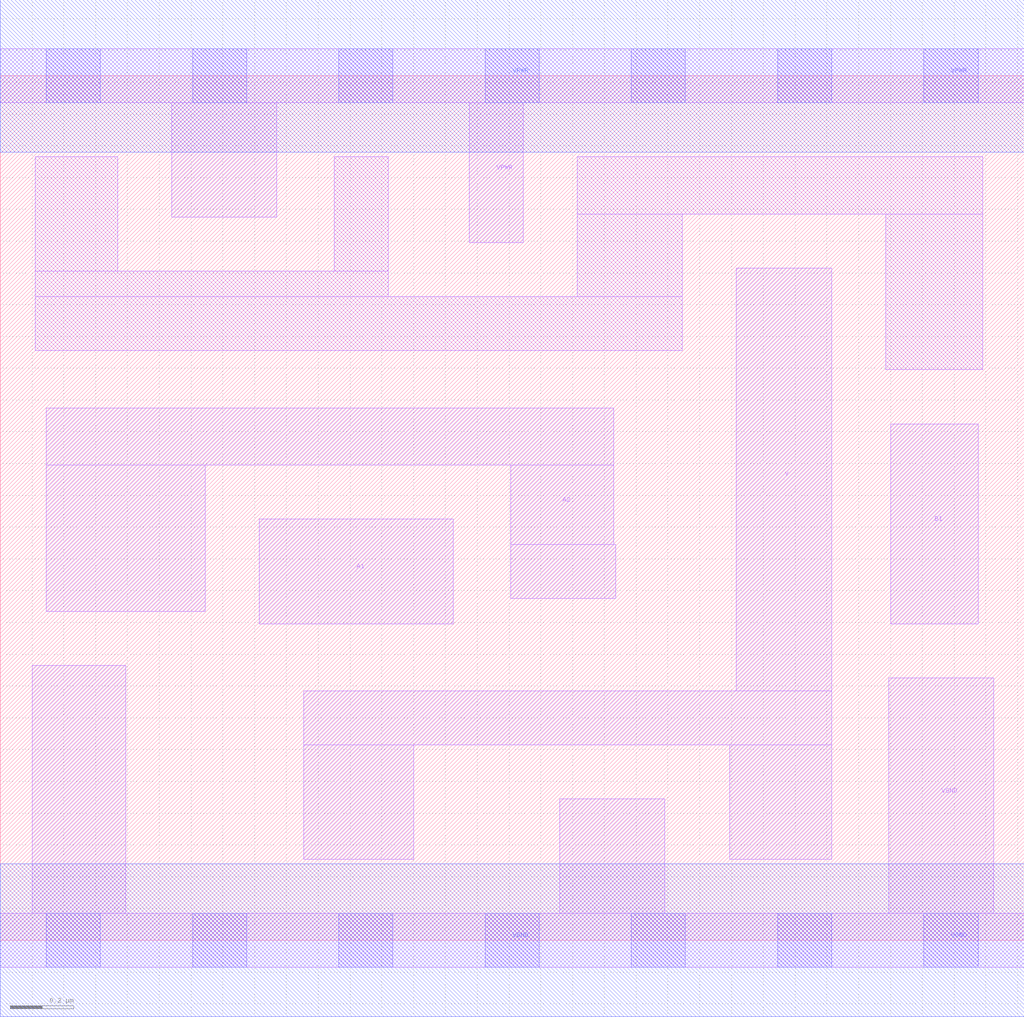
<source format=lef>
# Copyright 2020 The SkyWater PDK Authors
#
# Licensed under the Apache License, Version 2.0 (the "License");
# you may not use this file except in compliance with the License.
# You may obtain a copy of the License at
#
#     https://www.apache.org/licenses/LICENSE-2.0
#
# Unless required by applicable law or agreed to in writing, software
# distributed under the License is distributed on an "AS IS" BASIS,
# WITHOUT WARRANTIES OR CONDITIONS OF ANY KIND, either express or implied.
# See the License for the specific language governing permissions and
# limitations under the License.
#
# SPDX-License-Identifier: Apache-2.0

VERSION 5.7 ;
  NAMESCASESENSITIVE ON ;
  NOWIREEXTENSIONATPIN ON ;
  DIVIDERCHAR "/" ;
  BUSBITCHARS "[]" ;
UNITS
  DATABASE MICRONS 200 ;
END UNITS
MACRO sky130_fd_sc_hd__a21oi_2
  CLASS CORE ;
  SOURCE USER ;
  FOREIGN sky130_fd_sc_hd__a21oi_2 ;
  ORIGIN  0.000000  0.000000 ;
  SIZE  3.220000 BY  2.720000 ;
  SYMMETRY X Y R90 ;
  SITE unithd ;
  PIN A1
    ANTENNAGATEAREA  0.495000 ;
    DIRECTION INPUT ;
    USE SIGNAL ;
    PORT
      LAYER li1 ;
        RECT 0.815000 0.995000 1.425000 1.325000 ;
    END
  END A1
  PIN A2
    ANTENNAGATEAREA  0.495000 ;
    DIRECTION INPUT ;
    USE SIGNAL ;
    PORT
      LAYER li1 ;
        RECT 0.145000 1.035000 0.645000 1.495000 ;
        RECT 0.145000 1.495000 1.930000 1.675000 ;
        RECT 1.605000 1.075000 1.935000 1.245000 ;
        RECT 1.605000 1.245000 1.930000 1.495000 ;
    END
  END A2
  PIN B1
    ANTENNAGATEAREA  0.495000 ;
    DIRECTION INPUT ;
    USE SIGNAL ;
    PORT
      LAYER li1 ;
        RECT 2.800000 0.995000 3.075000 1.625000 ;
    END
  END B1
  PIN Y
    ANTENNADIFFAREA  0.627500 ;
    DIRECTION OUTPUT ;
    USE SIGNAL ;
    PORT
      LAYER li1 ;
        RECT 0.955000 0.255000 1.300000 0.615000 ;
        RECT 0.955000 0.615000 2.615000 0.785000 ;
        RECT 2.295000 0.255000 2.615000 0.615000 ;
        RECT 2.315000 0.785000 2.615000 2.115000 ;
    END
  END Y
  PIN VGND
    DIRECTION INOUT ;
    SHAPE ABUTMENT ;
    USE GROUND ;
    PORT
      LAYER li1 ;
        RECT 0.000000 -0.085000 3.220000 0.085000 ;
        RECT 0.100000  0.085000 0.395000 0.865000 ;
        RECT 1.760000  0.085000 2.090000 0.445000 ;
        RECT 2.795000  0.085000 3.125000 0.825000 ;
      LAYER mcon ;
        RECT 0.145000 -0.085000 0.315000 0.085000 ;
        RECT 0.605000 -0.085000 0.775000 0.085000 ;
        RECT 1.065000 -0.085000 1.235000 0.085000 ;
        RECT 1.525000 -0.085000 1.695000 0.085000 ;
        RECT 1.985000 -0.085000 2.155000 0.085000 ;
        RECT 2.445000 -0.085000 2.615000 0.085000 ;
        RECT 2.905000 -0.085000 3.075000 0.085000 ;
      LAYER met1 ;
        RECT 0.000000 -0.240000 3.220000 0.240000 ;
    END
  END VGND
  PIN VPWR
    DIRECTION INOUT ;
    SHAPE ABUTMENT ;
    USE POWER ;
    PORT
      LAYER li1 ;
        RECT 0.000000 2.635000 3.220000 2.805000 ;
        RECT 0.540000 2.275000 0.870000 2.635000 ;
        RECT 1.475000 2.195000 1.645000 2.635000 ;
      LAYER mcon ;
        RECT 0.145000 2.635000 0.315000 2.805000 ;
        RECT 0.605000 2.635000 0.775000 2.805000 ;
        RECT 1.065000 2.635000 1.235000 2.805000 ;
        RECT 1.525000 2.635000 1.695000 2.805000 ;
        RECT 1.985000 2.635000 2.155000 2.805000 ;
        RECT 2.445000 2.635000 2.615000 2.805000 ;
        RECT 2.905000 2.635000 3.075000 2.805000 ;
      LAYER met1 ;
        RECT 0.000000 2.480000 3.220000 2.960000 ;
    END
  END VPWR
  OBS
    LAYER li1 ;
      RECT 0.110000 1.855000 2.145000 2.025000 ;
      RECT 0.110000 2.025000 1.220000 2.105000 ;
      RECT 0.110000 2.105000 0.370000 2.465000 ;
      RECT 1.050000 2.105000 1.220000 2.465000 ;
      RECT 1.815000 2.025000 2.145000 2.285000 ;
      RECT 1.815000 2.285000 3.090000 2.465000 ;
      RECT 2.785000 1.795000 3.090000 2.285000 ;
  END
END sky130_fd_sc_hd__a21oi_2
END LIBRARY

</source>
